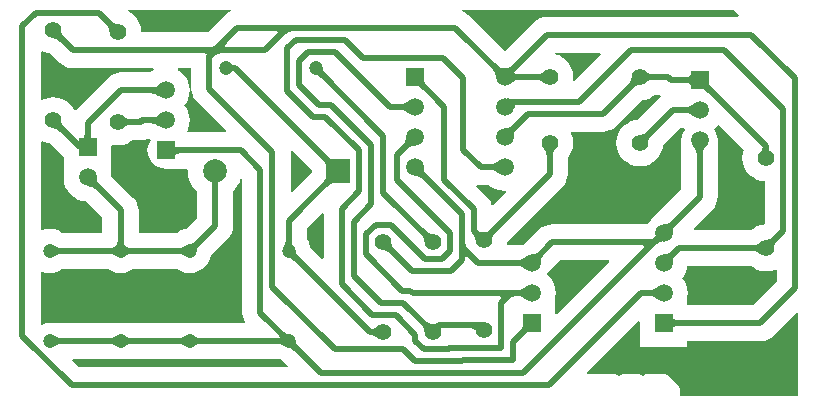
<source format=gbl>
G04 Layer_Physical_Order=2*
G04 Layer_Color=16711680*
%FSLAX25Y25*%
%MOIN*%
G70*
G01*
G75*
%ADD11R,0.05906X0.05906*%
%ADD12C,0.05906*%
%ADD13C,0.05512*%
%ADD14C,0.07874*%
%ADD15R,0.07874X0.07874*%
%ADD16C,0.04724*%
%ADD17R,0.05906X0.05906*%
%ADD18C,0.05906*%
%ADD19C,0.02000*%
G36*
X36813Y52346D02*
X36679Y52471D01*
X36533Y52582D01*
X36376Y52680D01*
X36206Y52765D01*
X36025Y52837D01*
X35832Y52895D01*
X35627Y52941D01*
X35411Y52974D01*
X35183Y52994D01*
X34943Y53000D01*
Y55000D01*
X35183Y55006D01*
X35411Y55026D01*
X35627Y55059D01*
X35832Y55105D01*
X36025Y55163D01*
X36206Y55235D01*
X36376Y55320D01*
X36533Y55418D01*
X36679Y55529D01*
X36813Y55654D01*
Y52346D01*
D02*
G37*
G36*
X16821Y55529D02*
X16967Y55418D01*
X17124Y55320D01*
X17294Y55235D01*
X17475Y55163D01*
X17668Y55105D01*
X17873Y55059D01*
X18089Y55026D01*
X18317Y55006D01*
X18557Y55000D01*
Y53000D01*
X18317Y52994D01*
X18089Y52974D01*
X17873Y52941D01*
X17668Y52895D01*
X17475Y52837D01*
X17294Y52765D01*
X17124Y52680D01*
X16967Y52582D01*
X16821Y52471D01*
X16687Y52346D01*
Y55654D01*
X16821Y55529D01*
D02*
G37*
G36*
X40321D02*
X40467Y55418D01*
X40624Y55320D01*
X40794Y55235D01*
X40975Y55163D01*
X41168Y55105D01*
X41372Y55059D01*
X41589Y55026D01*
X41817Y55006D01*
X42057Y55000D01*
Y53000D01*
X41817Y52994D01*
X41589Y52974D01*
X41372Y52941D01*
X41168Y52895D01*
X40975Y52837D01*
X40794Y52765D01*
X40624Y52680D01*
X40467Y52582D01*
X40321Y52471D01*
X40187Y52346D01*
Y55654D01*
X40321Y55529D01*
D02*
G37*
G36*
X251532Y53071D02*
X251345Y53247D01*
X251150Y53405D01*
X250947Y53545D01*
X250734Y53666D01*
X250513Y53768D01*
X250284Y53851D01*
X250045Y53916D01*
X249798Y53963D01*
X249543Y53991D01*
X249278Y54000D01*
Y56000D01*
X249543Y56009D01*
X249798Y56037D01*
X250045Y56084D01*
X250284Y56149D01*
X250513Y56232D01*
X250734Y56335D01*
X250947Y56455D01*
X251150Y56595D01*
X251345Y56753D01*
X251532Y56929D01*
Y53071D01*
D02*
G37*
G36*
X59813Y52346D02*
X59679Y52471D01*
X59533Y52582D01*
X59376Y52680D01*
X59206Y52765D01*
X59025Y52837D01*
X58832Y52895D01*
X58627Y52941D01*
X58411Y52974D01*
X58183Y52994D01*
X57943Y53000D01*
Y55000D01*
X58183Y55006D01*
X58411Y55026D01*
X58627Y55059D01*
X58832Y55105D01*
X59025Y55163D01*
X59206Y55235D01*
X59376Y55320D01*
X59533Y55418D01*
X59679Y55529D01*
X59813Y55654D01*
Y52346D01*
D02*
G37*
G36*
X223424Y52510D02*
X223237Y52308D01*
X223070Y52095D01*
X222922Y51872D01*
X222795Y51640D01*
X222688Y51397D01*
X222601Y51143D01*
X222534Y50880D01*
X222487Y50607D01*
X222460Y50323D01*
X222453Y50029D01*
X219530Y52953D01*
X219823Y52960D01*
X220107Y52987D01*
X220380Y53034D01*
X220643Y53101D01*
X220897Y53188D01*
X221140Y53295D01*
X221373Y53422D01*
X221595Y53570D01*
X221808Y53737D01*
X222010Y53924D01*
X223424Y52510D01*
D02*
G37*
G36*
X179424D02*
X179237Y52308D01*
X179070Y52095D01*
X178922Y51872D01*
X178795Y51640D01*
X178688Y51397D01*
X178601Y51143D01*
X178534Y50880D01*
X178487Y50607D01*
X178460Y50323D01*
X178453Y50029D01*
X175530Y52953D01*
X175823Y52960D01*
X176107Y52987D01*
X176380Y53034D01*
X176644Y53101D01*
X176897Y53188D01*
X177140Y53295D01*
X177373Y53422D01*
X177595Y53570D01*
X177808Y53737D01*
X178010Y53924D01*
X179424Y52510D01*
D02*
G37*
G36*
X96869Y53794D02*
X96894Y53612D01*
X96936Y53431D01*
X96995Y53252D01*
X97073Y53073D01*
X97167Y52895D01*
X97280Y52718D01*
X97410Y52541D01*
X97557Y52366D01*
X97723Y52192D01*
X96308Y50777D01*
X96134Y50943D01*
X95959Y51090D01*
X95783Y51220D01*
X95605Y51332D01*
X95427Y51427D01*
X95248Y51505D01*
X95069Y51564D01*
X94888Y51606D01*
X94706Y51631D01*
X94524Y51638D01*
X96862Y53976D01*
X96869Y53794D01*
D02*
G37*
G36*
X153270Y57464D02*
X153313Y57082D01*
X153383Y56711D01*
X153482Y56352D01*
X153610Y56005D01*
X153765Y55669D01*
X153949Y55345D01*
X154161Y55033D01*
X154402Y54733D01*
X154670Y54444D01*
Y51616D01*
X154402Y51864D01*
X154161Y52045D01*
X153949Y52157D01*
X153765Y52201D01*
X153610Y52176D01*
X153482Y52083D01*
X153383Y51923D01*
X153313Y51693D01*
X153270Y51396D01*
X153256Y51030D01*
X151256Y55444D01*
X153256Y57858D01*
X153270Y57464D01*
D02*
G37*
G36*
X106171Y66401D02*
Y51509D01*
X105709Y51317D01*
X101775Y55252D01*
X101756Y55443D01*
X101335Y56831D01*
X100651Y58110D01*
X100529Y58259D01*
Y61412D01*
X105709Y66592D01*
X106171Y66401D01*
D02*
G37*
G36*
X128763Y56716D02*
X128789Y56466D01*
X128835Y56223D01*
X128899Y55988D01*
X128983Y55759D01*
X129087Y55538D01*
X129209Y55323D01*
X129351Y55116D01*
X129512Y54915D01*
X129692Y54722D01*
X128278Y53308D01*
X128085Y53488D01*
X127884Y53649D01*
X127677Y53791D01*
X127462Y53913D01*
X127241Y54017D01*
X127012Y54101D01*
X126777Y54165D01*
X126534Y54211D01*
X126284Y54237D01*
X126028Y54244D01*
X128756Y56972D01*
X128763Y56716D01*
D02*
G37*
G36*
X217055Y59001D02*
X217111Y59045D01*
X217400Y59314D01*
X218521Y57607D01*
X218485Y57571D01*
X218959Y57097D01*
X218797Y57115D01*
X218629Y57109D01*
X218457Y57078D01*
X218279Y57024D01*
X218097Y56946D01*
X217909Y56843D01*
X217716Y56717D01*
X217518Y56566D01*
X217315Y56392D01*
X217107Y56193D01*
X212572Y54486D01*
X212820Y54755D01*
X213001Y54995D01*
X213113Y55207D01*
X213157Y55391D01*
X213132Y55546D01*
X213039Y55674D01*
X212878Y55773D01*
X212649Y55843D01*
X212352Y55886D01*
X211986Y55900D01*
X213986Y57900D01*
X214380Y57914D01*
X214762Y57957D01*
X215133Y58027D01*
X215492Y58126D01*
X215839Y58254D01*
X216175Y58409D01*
X216419Y58548D01*
X216446Y58597D01*
X216524Y58779D01*
X216578Y58957D01*
X216609Y59129D01*
X216615Y59297D01*
X216597Y59459D01*
X217055Y59001D01*
D02*
G37*
G36*
X140415Y60512D02*
X140616Y60351D01*
X140823Y60209D01*
X141038Y60087D01*
X141259Y59983D01*
X141488Y59899D01*
X141724Y59835D01*
X141966Y59789D01*
X142216Y59763D01*
X142472Y59756D01*
X139744Y57028D01*
X139737Y57284D01*
X139711Y57534D01*
X139665Y57776D01*
X139601Y58012D01*
X139517Y58241D01*
X139413Y58462D01*
X139291Y58677D01*
X139149Y58884D01*
X138988Y59085D01*
X138808Y59278D01*
X140222Y60692D01*
X140415Y60512D01*
D02*
G37*
G36*
X157415Y61012D02*
X157616Y60851D01*
X157823Y60709D01*
X158038Y60587D01*
X158259Y60483D01*
X158488Y60399D01*
X158723Y60335D01*
X158966Y60289D01*
X159216Y60263D01*
X159472Y60256D01*
X156744Y57528D01*
X156737Y57784D01*
X156711Y58034D01*
X156665Y58276D01*
X156601Y58512D01*
X156517Y58741D01*
X156413Y58962D01*
X156291Y59177D01*
X156149Y59384D01*
X155988Y59585D01*
X155808Y59778D01*
X157222Y61192D01*
X157415Y61012D01*
D02*
G37*
G36*
X13018Y90300D02*
X14480Y89856D01*
X15187Y89787D01*
X19547Y85426D01*
Y80547D01*
X19547D01*
X19674Y80376D01*
X19661Y80047D01*
X19509Y78500D01*
X19662Y76941D01*
X20117Y75442D01*
X20855Y74060D01*
X21849Y72849D01*
X23060Y71855D01*
X24442Y71117D01*
X25941Y70662D01*
X26906Y70567D01*
X32471Y65003D01*
Y60029D01*
X19259D01*
X19110Y60151D01*
X17831Y60835D01*
X16443Y61256D01*
X15000Y61398D01*
X13557Y61256D01*
X12329Y60883D01*
X11829Y61153D01*
Y90449D01*
X12258Y90706D01*
X13018Y90300D01*
D02*
G37*
G36*
X163192Y59778D02*
X163012Y59585D01*
X162851Y59384D01*
X162709Y59177D01*
X162587Y58962D01*
X162483Y58741D01*
X162399Y58512D01*
X162335Y58276D01*
X162289Y58034D01*
X162263Y57784D01*
X162256Y57528D01*
X159528Y60256D01*
X159784Y60263D01*
X160034Y60289D01*
X160276Y60335D01*
X160512Y60399D01*
X160741Y60483D01*
X160962Y60587D01*
X161177Y60709D01*
X161384Y60851D01*
X161585Y61012D01*
X161778Y61192D01*
X163192Y59778D01*
D02*
G37*
G36*
X257192Y57278D02*
X257012Y57085D01*
X256851Y56884D01*
X256709Y56677D01*
X256587Y56462D01*
X256483Y56241D01*
X256399Y56012D01*
X256335Y55777D01*
X256289Y55534D01*
X256263Y55284D01*
X256256Y55028D01*
X253528Y57756D01*
X253784Y57763D01*
X254034Y57789D01*
X254276Y57835D01*
X254512Y57899D01*
X254741Y57983D01*
X254962Y58087D01*
X255177Y58209D01*
X255384Y58351D01*
X255585Y58512D01*
X255778Y58692D01*
X257192Y57278D01*
D02*
G37*
G36*
X64723Y55808D02*
X64557Y55634D01*
X64410Y55459D01*
X64280Y55282D01*
X64167Y55105D01*
X64073Y54927D01*
X63995Y54748D01*
X63936Y54569D01*
X63894Y54388D01*
X63869Y54206D01*
X63862Y54024D01*
X61524Y56362D01*
X61706Y56369D01*
X61888Y56394D01*
X62069Y56436D01*
X62248Y56495D01*
X62427Y56573D01*
X62605Y56668D01*
X62783Y56780D01*
X62959Y56910D01*
X63134Y57057D01*
X63308Y57223D01*
X64723Y55808D01*
D02*
G37*
G36*
X39507Y57317D02*
X39526Y57089D01*
X39559Y56872D01*
X39605Y56668D01*
X39663Y56475D01*
X39735Y56294D01*
X39820Y56124D01*
X39918Y55967D01*
X40029Y55821D01*
X40154Y55687D01*
X36847D01*
X36971Y55821D01*
X37082Y55967D01*
X37180Y56124D01*
X37265Y56294D01*
X37337Y56475D01*
X37395Y56668D01*
X37441Y56872D01*
X37474Y57089D01*
X37494Y57317D01*
X37500Y57557D01*
X39500D01*
X39507Y57317D01*
D02*
G37*
G36*
X218490Y105471D02*
X218237Y105263D01*
X210687Y97713D01*
X209980Y97644D01*
X208518Y97200D01*
X207170Y96480D01*
X205989Y95511D01*
X205020Y94330D01*
X204300Y92982D01*
X203856Y91520D01*
X203707Y90000D01*
X203856Y88480D01*
X204300Y87018D01*
X205020Y85670D01*
X205989Y84489D01*
X207170Y83520D01*
X208518Y82800D01*
X209980Y82356D01*
X211500Y82207D01*
X213020Y82356D01*
X214482Y82800D01*
X215830Y83520D01*
X217011Y84489D01*
X217980Y85670D01*
X218700Y87018D01*
X219144Y88480D01*
X219213Y89187D01*
X224997Y94971D01*
X226310D01*
X226721Y94634D01*
X226487Y94349D01*
X225930Y93307D01*
X225587Y92176D01*
X225471Y91000D01*
Y74497D01*
X215237Y64263D01*
X213903Y62929D01*
X182400D01*
X181224Y62813D01*
X180093Y62470D01*
X179051Y61913D01*
X178137Y61163D01*
X173003Y56029D01*
X167521D01*
X167185Y56400D01*
X167213Y56687D01*
X185763Y75237D01*
X186513Y76151D01*
X187070Y77193D01*
X187413Y78324D01*
X187529Y79500D01*
Y85121D01*
X187980Y85670D01*
X188700Y87018D01*
X189144Y88480D01*
X189293Y90000D01*
X189144Y91520D01*
X188700Y92982D01*
X188531Y93298D01*
X188788Y93727D01*
X199256D01*
X200432Y93843D01*
X201563Y94186D01*
X202606Y94743D01*
X203519Y95493D01*
X212313Y104287D01*
X213020Y104356D01*
X214482Y104800D01*
X215830Y105520D01*
X216379Y105971D01*
X218311D01*
X218490Y105471D01*
D02*
G37*
G36*
X95507Y57317D02*
X95526Y57089D01*
X95559Y56872D01*
X95605Y56668D01*
X95663Y56475D01*
X95735Y56294D01*
X95820Y56124D01*
X95918Y55967D01*
X96029Y55821D01*
X96153Y55687D01*
X92847D01*
X92971Y55821D01*
X93082Y55967D01*
X93180Y56124D01*
X93265Y56294D01*
X93337Y56475D01*
X93395Y56668D01*
X93441Y56872D01*
X93474Y57089D01*
X93493Y57317D01*
X93500Y57557D01*
X95500D01*
X95507Y57317D01*
D02*
G37*
G36*
X59813Y22346D02*
X59679Y22471D01*
X59533Y22582D01*
X59376Y22680D01*
X59206Y22765D01*
X59025Y22837D01*
X58832Y22895D01*
X58627Y22941D01*
X58411Y22974D01*
X58183Y22994D01*
X57943Y23000D01*
Y25000D01*
X58183Y25006D01*
X58411Y25026D01*
X58627Y25059D01*
X58832Y25105D01*
X59025Y25163D01*
X59206Y25235D01*
X59376Y25320D01*
X59533Y25418D01*
X59679Y25529D01*
X59813Y25653D01*
Y22346D01*
D02*
G37*
G36*
X40321Y25529D02*
X40467Y25418D01*
X40624Y25320D01*
X40794Y25235D01*
X40975Y25163D01*
X41168Y25105D01*
X41372Y25059D01*
X41589Y25026D01*
X41817Y25006D01*
X42057Y25000D01*
Y23000D01*
X41817Y22994D01*
X41589Y22974D01*
X41372Y22941D01*
X41168Y22895D01*
X40975Y22837D01*
X40794Y22765D01*
X40624Y22680D01*
X40467Y22582D01*
X40321Y22471D01*
X40187Y22346D01*
Y25653D01*
X40321Y25529D01*
D02*
G37*
G36*
X63321D02*
X63467Y25418D01*
X63624Y25320D01*
X63794Y25235D01*
X63975Y25163D01*
X64168Y25105D01*
X64372Y25059D01*
X64589Y25026D01*
X64817Y25006D01*
X65057Y25000D01*
Y23000D01*
X64817Y22994D01*
X64589Y22974D01*
X64372Y22941D01*
X64168Y22895D01*
X63975Y22837D01*
X63794Y22765D01*
X63624Y22680D01*
X63467Y22582D01*
X63321Y22471D01*
X63187Y22346D01*
Y25653D01*
X63321Y25529D01*
D02*
G37*
G36*
X124032Y25071D02*
X123845Y25247D01*
X123650Y25405D01*
X123447Y25545D01*
X123234Y25666D01*
X123013Y25768D01*
X122784Y25851D01*
X122545Y25916D01*
X122298Y25963D01*
X122043Y25991D01*
X121778Y26000D01*
Y28000D01*
X122043Y28009D01*
X122298Y28037D01*
X122545Y28084D01*
X122784Y28149D01*
X123013Y28232D01*
X123234Y28335D01*
X123447Y28455D01*
X123650Y28595D01*
X123845Y28753D01*
X124032Y28929D01*
Y25071D01*
D02*
G37*
G36*
X92866Y27057D02*
X93041Y26910D01*
X93217Y26780D01*
X93395Y26667D01*
X93573Y26573D01*
X93752Y26495D01*
X93931Y26436D01*
X94112Y26394D01*
X94294Y26369D01*
X94476Y26362D01*
X92813Y24699D01*
Y22346D01*
X92679Y22471D01*
X92533Y22582D01*
X92376Y22680D01*
X92206Y22765D01*
X92025Y22837D01*
X91832Y22895D01*
X91628Y22941D01*
X91411Y22974D01*
X91183Y22994D01*
X90943Y23000D01*
Y25000D01*
X91183Y25006D01*
X91411Y25026D01*
X91628Y25059D01*
X91832Y25105D01*
X91833Y25105D01*
X91833Y25105D01*
X91720Y25282D01*
X91590Y25459D01*
X91443Y25634D01*
X91277Y25808D01*
X92692Y27223D01*
X92866Y27057D01*
D02*
G37*
G36*
X96869Y23794D02*
X96894Y23612D01*
X96936Y23431D01*
X96995Y23252D01*
X97073Y23073D01*
X97167Y22895D01*
X97280Y22717D01*
X97410Y22541D01*
X97557Y22366D01*
X97723Y22192D01*
X96308Y20777D01*
X96134Y20943D01*
X95959Y21090D01*
X95783Y21220D01*
X95605Y21332D01*
X95427Y21427D01*
X95248Y21505D01*
X95069Y21564D01*
X94888Y21606D01*
X94706Y21631D01*
X94524Y21638D01*
X96862Y23976D01*
X96869Y23794D01*
D02*
G37*
G36*
X94239Y15735D02*
X94047Y15273D01*
X24653D01*
X22417Y17509D01*
X22609Y17971D01*
X92003D01*
X94239Y15735D01*
D02*
G37*
G36*
X264453Y33473D02*
Y5548D01*
X225047D01*
Y6500D01*
X224858Y7936D01*
X224304Y9274D01*
X223423Y10423D01*
X223423Y10423D01*
X222423Y11423D01*
X221274Y12304D01*
X219936Y12858D01*
X218500Y13047D01*
X215000D01*
X213564Y12858D01*
X212500Y12418D01*
X211436Y12858D01*
X210000Y13047D01*
X207500D01*
X206064Y12858D01*
X204750Y12314D01*
X203436Y12858D01*
X202000Y13047D01*
X197500D01*
X196250Y12883D01*
X195000Y13047D01*
X194172Y12938D01*
X193938Y13412D01*
X211085Y30559D01*
X211547Y30368D01*
Y22047D01*
X227453D01*
Y23971D01*
X251800D01*
X252976Y24087D01*
X254107Y24430D01*
X255150Y24987D01*
X256063Y25737D01*
X263991Y33664D01*
X264453Y33473D01*
D02*
G37*
G36*
X36813Y22346D02*
X36679Y22471D01*
X36533Y22582D01*
X36376Y22680D01*
X36206Y22765D01*
X36025Y22837D01*
X35832Y22895D01*
X35627Y22941D01*
X35411Y22974D01*
X35183Y22994D01*
X34943Y23000D01*
Y25000D01*
X35183Y25006D01*
X35411Y25026D01*
X35627Y25059D01*
X35832Y25105D01*
X36025Y25163D01*
X36206Y25235D01*
X36376Y25320D01*
X36533Y25418D01*
X36679Y25529D01*
X36813Y25653D01*
Y22346D01*
D02*
G37*
G36*
X16821Y25529D02*
X16967Y25418D01*
X17124Y25320D01*
X17294Y25235D01*
X17475Y25163D01*
X17668Y25105D01*
X17873Y25059D01*
X18089Y25026D01*
X18317Y25006D01*
X18557Y25000D01*
Y23000D01*
X18317Y22994D01*
X18089Y22974D01*
X17873Y22941D01*
X17668Y22895D01*
X17475Y22837D01*
X17294Y22765D01*
X17124Y22680D01*
X16967Y22582D01*
X16821Y22471D01*
X16687Y22346D01*
Y25653D01*
X16821Y25529D01*
D02*
G37*
G36*
X140415Y30512D02*
X140616Y30351D01*
X140823Y30209D01*
X141038Y30087D01*
X141259Y29983D01*
X141488Y29899D01*
X141724Y29835D01*
X141966Y29789D01*
X142216Y29763D01*
X142472Y29756D01*
X139744Y27028D01*
X139737Y27284D01*
X139711Y27534D01*
X139665Y27777D01*
X139601Y28012D01*
X139517Y28241D01*
X139413Y28462D01*
X139291Y28677D01*
X139149Y28884D01*
X138988Y29085D01*
X138808Y29278D01*
X140222Y30692D01*
X140415Y30512D01*
D02*
G37*
G36*
X173391Y37933D02*
X173179Y38136D01*
X172959Y38317D01*
X172732Y38477D01*
X172499Y38616D01*
X172258Y38733D01*
X172011Y38829D01*
X171756Y38904D01*
X171494Y38957D01*
X171226Y38989D01*
X170950Y39000D01*
Y41000D01*
X171226Y41011D01*
X171494Y41043D01*
X171756Y41096D01*
X172011Y41171D01*
X172258Y41267D01*
X172499Y41384D01*
X172732Y41523D01*
X172959Y41683D01*
X173179Y41864D01*
X173391Y42067D01*
Y37933D01*
D02*
G37*
G36*
X170914Y39000D02*
X170520Y38986D01*
X170138Y38943D01*
X169767Y38873D01*
X169408Y38774D01*
X169061Y38646D01*
X168725Y38491D01*
X168401Y38307D01*
X168089Y38095D01*
X167789Y37854D01*
X167500Y37586D01*
X164672D01*
X164920Y37854D01*
X165101Y38095D01*
X165213Y38307D01*
X165257Y38491D01*
X165232Y38646D01*
X165139Y38774D01*
X164979Y38873D01*
X164749Y38943D01*
X164452Y38986D01*
X164086Y39000D01*
X168500Y41000D01*
X170914Y39000D01*
D02*
G37*
G36*
X217391Y37933D02*
X217179Y38136D01*
X216959Y38317D01*
X216732Y38477D01*
X216499Y38616D01*
X216258Y38733D01*
X216010Y38829D01*
X215756Y38904D01*
X215494Y38957D01*
X215226Y38989D01*
X214950Y39000D01*
Y41000D01*
X215226Y41011D01*
X215494Y41043D01*
X215756Y41096D01*
X216010Y41171D01*
X216258Y41267D01*
X216499Y41384D01*
X216732Y41523D01*
X216959Y41683D01*
X217179Y41864D01*
X217391Y42067D01*
Y37933D01*
D02*
G37*
G36*
X173391Y47933D02*
X173179Y48136D01*
X172959Y48317D01*
X172732Y48477D01*
X172499Y48616D01*
X172258Y48733D01*
X172011Y48829D01*
X171756Y48904D01*
X171494Y48957D01*
X171226Y48989D01*
X170950Y49000D01*
Y51000D01*
X171226Y51011D01*
X171494Y51043D01*
X171756Y51096D01*
X172011Y51171D01*
X172258Y51267D01*
X172499Y51384D01*
X172732Y51523D01*
X172959Y51683D01*
X173179Y51864D01*
X173391Y52067D01*
Y47933D01*
D02*
G37*
G36*
X79109Y77952D02*
Y33362D01*
X79225Y32186D01*
X79568Y31055D01*
X79887Y30458D01*
X79630Y30029D01*
X15000D01*
X13824Y29913D01*
X12693Y29570D01*
X12258Y29338D01*
X11829Y29595D01*
Y46847D01*
X12329Y47117D01*
X13557Y46744D01*
X15000Y46602D01*
X16443Y46744D01*
X17831Y47165D01*
X19110Y47849D01*
X19259Y47971D01*
X34241D01*
X34390Y47849D01*
X35669Y47165D01*
X37057Y46744D01*
X38500Y46602D01*
X39943Y46744D01*
X41331Y47165D01*
X42610Y47849D01*
X42759Y47971D01*
X57241D01*
X57390Y47849D01*
X58669Y47165D01*
X60057Y46744D01*
X61500Y46602D01*
X62943Y46744D01*
X64331Y47165D01*
X65610Y47849D01*
X66731Y48769D01*
X67651Y49890D01*
X68335Y51169D01*
X68756Y52557D01*
X68774Y52748D01*
X74173Y58146D01*
X74922Y59060D01*
X75480Y60102D01*
X75823Y61233D01*
X75938Y62409D01*
Y73887D01*
X76259Y74150D01*
X77376Y75511D01*
X78206Y77063D01*
X78440Y77833D01*
X79019Y78021D01*
X79109Y77952D01*
D02*
G37*
G36*
X158911Y30192D02*
X156755Y27252D01*
X156723Y27440D01*
X156664Y27609D01*
X156577Y27758D01*
X156462Y27887D01*
X156320Y27996D01*
X156150Y28085D01*
X155952Y28155D01*
X155727Y28204D01*
X155474Y28234D01*
X155193Y28244D01*
X155713Y30244D01*
X158911Y30192D01*
D02*
G37*
G36*
X175388Y27059D02*
X175232Y27172D01*
X175048Y27229D01*
X174836D01*
X174596Y27172D01*
X174327Y27059D01*
X174030Y26890D01*
X173705Y26663D01*
X173351Y26380D01*
X172559Y25645D01*
X171145Y27059D01*
X171541Y27469D01*
X172163Y28205D01*
X172389Y28530D01*
X172559Y28827D01*
X172672Y29096D01*
X172729Y29336D01*
Y29548D01*
X172672Y29732D01*
X172559Y29888D01*
X175388Y27059D01*
D02*
G37*
G36*
X222449Y31810D02*
X222509Y31640D01*
X222610Y31490D01*
X222751Y31360D01*
X222932Y31250D01*
X223153Y31160D01*
X223415Y31090D01*
X223716Y31040D01*
X224059Y31010D01*
X224441Y31000D01*
Y29000D01*
X224059Y28990D01*
X223716Y28960D01*
X223415Y28910D01*
X223153Y28840D01*
X222932Y28750D01*
X222751Y28640D01*
X222610Y28510D01*
X222509Y28360D01*
X222449Y28190D01*
X222429Y28000D01*
Y32000D01*
X222449Y31810D01*
D02*
G37*
G36*
X249170Y48520D02*
X250518Y47800D01*
X251980Y47356D01*
X253500Y47207D01*
X255020Y47356D01*
X256482Y47800D01*
X256842Y47992D01*
X257271Y47735D01*
Y43997D01*
X249303Y36029D01*
X227453D01*
Y37953D01*
X227453D01*
X227326Y38124D01*
X227339Y38453D01*
X227491Y40000D01*
X227338Y41559D01*
X226883Y43058D01*
X226145Y44440D01*
X225685Y45000D01*
X226145Y45560D01*
X226883Y46942D01*
X227338Y48441D01*
X227390Y48971D01*
X248621D01*
X249170Y48520D01*
D02*
G37*
G36*
X201383Y50409D02*
X183915Y32941D01*
X183453Y33132D01*
Y37953D01*
X183453D01*
X183326Y38124D01*
X183339Y38453D01*
X183491Y40000D01*
X183338Y41559D01*
X182883Y43058D01*
X182144Y44440D01*
X181151Y45651D01*
X180629Y46079D01*
X180605Y46578D01*
X184897Y50871D01*
X201191D01*
X201383Y50409D01*
D02*
G37*
G36*
X223424Y62510D02*
X223237Y62308D01*
X223070Y62095D01*
X222922Y61873D01*
X222795Y61640D01*
X222688Y61397D01*
X222601Y61143D01*
X222534Y60880D01*
X222487Y60607D01*
X222460Y60323D01*
X222453Y60030D01*
X219530Y62953D01*
X219823Y62960D01*
X220107Y62987D01*
X220380Y63034D01*
X220643Y63101D01*
X220897Y63188D01*
X221140Y63295D01*
X221373Y63423D01*
X221595Y63570D01*
X221808Y63737D01*
X222010Y63924D01*
X223424Y62510D01*
D02*
G37*
G36*
X139328Y111732D02*
X139271Y111548D01*
Y111336D01*
X139328Y111096D01*
X139441Y110827D01*
X139611Y110530D01*
X139837Y110205D01*
X140120Y109851D01*
X140855Y109059D01*
X139441Y107645D01*
X139031Y108041D01*
X138295Y108663D01*
X137970Y108889D01*
X137673Y109059D01*
X137404Y109172D01*
X137164Y109229D01*
X136952D01*
X136768Y109172D01*
X136612Y109059D01*
X139441Y111888D01*
X139328Y111732D01*
D02*
G37*
G36*
X234328Y110732D02*
X234271Y110548D01*
Y110336D01*
X234328Y110096D01*
X234441Y109827D01*
X234611Y109530D01*
X234837Y109205D01*
X235120Y108851D01*
X235855Y108059D01*
X234441Y106645D01*
X234031Y107041D01*
X233295Y107663D01*
X232970Y107889D01*
X232673Y108059D01*
X232404Y108172D01*
X232164Y108229D01*
X231952D01*
X231768Y108172D01*
X231612Y108059D01*
X234441Y110888D01*
X234328Y110732D01*
D02*
G37*
G36*
X211472Y109244D02*
X211216Y109237D01*
X210966Y109211D01*
X210723Y109165D01*
X210488Y109101D01*
X210259Y109017D01*
X210038Y108913D01*
X209823Y108791D01*
X209616Y108649D01*
X209415Y108488D01*
X209222Y108308D01*
X207808Y109722D01*
X207988Y109915D01*
X208149Y110116D01*
X208291Y110323D01*
X208413Y110538D01*
X208517Y110759D01*
X208601Y110988D01*
X208665Y111223D01*
X208711Y111466D01*
X208737Y111716D01*
X208744Y111972D01*
X211472Y109244D01*
D02*
G37*
G36*
X170424Y114510D02*
X170237Y114308D01*
X170070Y114095D01*
X169922Y113873D01*
X169795Y113640D01*
X169688Y113397D01*
X169658Y113308D01*
X169742Y113267D01*
X169990Y113171D01*
X170244Y113096D01*
X170506Y113043D01*
X170774Y113011D01*
X171050Y113000D01*
Y111000D01*
X170774Y110989D01*
X170506Y110957D01*
X170244Y110904D01*
X169990Y110829D01*
X169742Y110733D01*
X169501Y110616D01*
X169268Y110477D01*
X169041Y110317D01*
X168821Y110136D01*
X168609Y109933D01*
Y112873D01*
X166530Y114953D01*
X166823Y114960D01*
X167107Y114987D01*
X167380Y115034D01*
X167643Y115101D01*
X167897Y115188D01*
X168140Y115295D01*
X168372Y115422D01*
X168595Y115570D01*
X168808Y115737D01*
X169010Y115924D01*
X170424Y114510D01*
D02*
G37*
G36*
X228571Y109000D02*
X228551Y109190D01*
X228491Y109360D01*
X228390Y109510D01*
X228249Y109640D01*
X228068Y109750D01*
X227847Y109840D01*
X227585Y109910D01*
X227284Y109960D01*
X226941Y109990D01*
X226559Y110000D01*
Y112000D01*
X226941Y112010D01*
X227284Y112040D01*
X227585Y112090D01*
X227847Y112160D01*
X228068Y112250D01*
X228249Y112360D01*
X228390Y112490D01*
X228491Y112640D01*
X228551Y112810D01*
X228571Y113000D01*
Y109000D01*
D02*
G37*
G36*
X134391Y99933D02*
X134179Y100136D01*
X133959Y100317D01*
X133732Y100477D01*
X133499Y100616D01*
X133258Y100733D01*
X133010Y100829D01*
X132756Y100904D01*
X132494Y100957D01*
X132226Y100989D01*
X131950Y101000D01*
Y103000D01*
X132226Y103011D01*
X132494Y103043D01*
X132756Y103096D01*
X133010Y103171D01*
X133258Y103267D01*
X133499Y103384D01*
X133732Y103523D01*
X133959Y103683D01*
X134179Y103864D01*
X134391Y104067D01*
Y99933D01*
D02*
G37*
G36*
X229391Y98933D02*
X229179Y99136D01*
X228959Y99317D01*
X228732Y99477D01*
X228499Y99616D01*
X228258Y99733D01*
X228011Y99829D01*
X227756Y99904D01*
X227494Y99957D01*
X227226Y99989D01*
X226950Y100000D01*
Y102000D01*
X227226Y102011D01*
X227494Y102043D01*
X227756Y102096D01*
X228011Y102171D01*
X228258Y102267D01*
X228499Y102384D01*
X228732Y102523D01*
X228959Y102683D01*
X229179Y102864D01*
X229391Y103067D01*
Y98933D01*
D02*
G37*
G36*
X13018Y120300D02*
X14480Y119856D01*
X15187Y119787D01*
X18337Y116637D01*
X19251Y115887D01*
X20293Y115330D01*
X21424Y114987D01*
X22600Y114871D01*
X49391D01*
X49512Y114386D01*
X49060Y114145D01*
X48310Y113529D01*
X38500D01*
X37324Y113413D01*
X36193Y113070D01*
X35151Y112513D01*
X34237Y111763D01*
X23485Y101011D01*
X22874Y101093D01*
X22480Y101830D01*
X21511Y103011D01*
X20330Y103980D01*
X18982Y104700D01*
X17520Y105144D01*
X16000Y105293D01*
X14480Y105144D01*
X13018Y104700D01*
X12258Y104294D01*
X11829Y104551D01*
Y120449D01*
X12258Y120706D01*
X13018Y120300D01*
D02*
G37*
G36*
X51391Y105433D02*
X51179Y105636D01*
X50959Y105817D01*
X50732Y105977D01*
X50499Y106116D01*
X50258Y106233D01*
X50011Y106329D01*
X49756Y106404D01*
X49494Y106457D01*
X49226Y106489D01*
X48950Y106500D01*
Y108500D01*
X49226Y108511D01*
X49494Y108543D01*
X49756Y108596D01*
X50011Y108671D01*
X50258Y108767D01*
X50499Y108884D01*
X50732Y109023D01*
X50959Y109183D01*
X51179Y109364D01*
X51391Y109567D01*
Y105433D01*
D02*
G37*
G36*
X167330Y104843D02*
X167493Y104825D01*
X168290Y104783D01*
X170645Y104756D01*
X171126Y102756D01*
X170832Y102744D01*
X170565Y102709D01*
X170326Y102651D01*
X170115Y102570D01*
X169931Y102465D01*
X169775Y102337D01*
X169646Y102186D01*
X169544Y102011D01*
X169471Y101813D01*
X169424Y101592D01*
X167218Y104864D01*
X167330Y104843D01*
D02*
G37*
G36*
X179532Y110071D02*
X179345Y110247D01*
X179150Y110405D01*
X178947Y110545D01*
X178734Y110666D01*
X178513Y110768D01*
X178284Y110851D01*
X178045Y110916D01*
X177798Y110963D01*
X177543Y110991D01*
X177278Y111000D01*
Y113000D01*
X177543Y113009D01*
X177798Y113037D01*
X178045Y113084D01*
X178284Y113149D01*
X178513Y113232D01*
X178734Y113335D01*
X178947Y113455D01*
X179150Y113595D01*
X179345Y113753D01*
X179532Y113929D01*
Y110071D01*
D02*
G37*
G36*
X18763Y127216D02*
X18789Y126966D01*
X18835Y126724D01*
X18899Y126488D01*
X18983Y126259D01*
X19087Y126038D01*
X19209Y125823D01*
X19351Y125616D01*
X19512Y125415D01*
X19692Y125222D01*
X18278Y123808D01*
X18085Y123988D01*
X17884Y124149D01*
X17677Y124291D01*
X17462Y124413D01*
X17241Y124517D01*
X17012Y124601D01*
X16777Y124665D01*
X16534Y124711D01*
X16284Y124737D01*
X16028Y124744D01*
X18756Y127472D01*
X18763Y127216D01*
D02*
G37*
G36*
X244564Y132591D02*
X244372Y132129D01*
X180600D01*
X179424Y132013D01*
X178293Y131670D01*
X177251Y131113D01*
X176337Y130363D01*
X166500Y120526D01*
X154401Y132625D01*
X153487Y133375D01*
X152445Y133932D01*
X152378Y133952D01*
X152453Y134452D01*
X242702D01*
X244564Y132591D01*
D02*
G37*
G36*
X96514Y127362D02*
X96120Y127348D01*
X95738Y127306D01*
X95367Y127235D01*
X95008Y127136D01*
X94661Y127009D01*
X94325Y126853D01*
X94001Y126669D01*
X93689Y126457D01*
X93389Y126217D01*
X93100Y125948D01*
X90272D01*
X90520Y126217D01*
X90701Y126457D01*
X90813Y126669D01*
X90857Y126853D01*
X90832Y127009D01*
X90740Y127136D01*
X90579Y127235D01*
X90349Y127306D01*
X90052Y127348D01*
X89686Y127362D01*
X94100Y129362D01*
X96514Y127362D01*
D02*
G37*
G36*
X35415Y130512D02*
X35616Y130351D01*
X35823Y130209D01*
X36038Y130087D01*
X36259Y129983D01*
X36488Y129899D01*
X36724Y129835D01*
X36966Y129789D01*
X37216Y129763D01*
X37472Y129756D01*
X34744Y127028D01*
X34737Y127284D01*
X34711Y127534D01*
X34665Y127777D01*
X34601Y128012D01*
X34517Y128241D01*
X34413Y128462D01*
X34291Y128677D01*
X34149Y128884D01*
X33988Y129085D01*
X33808Y129278D01*
X35222Y130692D01*
X35415Y130512D01*
D02*
G37*
G36*
X75222Y133952D02*
X75155Y133932D01*
X74113Y133375D01*
X73199Y132625D01*
X73199Y132625D01*
X67503Y126929D01*
X45358D01*
X45293Y127000D01*
X45144Y128520D01*
X44700Y129982D01*
X43980Y131330D01*
X43011Y132511D01*
X41830Y133480D01*
X40946Y133952D01*
X41071Y134452D01*
X75147D01*
X75222Y133952D01*
D02*
G37*
G36*
X198483Y119609D02*
X189678Y110804D01*
X189198Y111031D01*
X189293Y112000D01*
X189144Y113520D01*
X188700Y114982D01*
X187980Y116330D01*
X187011Y117511D01*
X185830Y118480D01*
X184482Y119200D01*
X183752Y119422D01*
X183467Y120031D01*
X183484Y120071D01*
X198291D01*
X198483Y119609D01*
D02*
G37*
G36*
X213655Y113753D02*
X213850Y113595D01*
X214053Y113455D01*
X214266Y113335D01*
X214487Y113232D01*
X214717Y113149D01*
X214955Y113084D01*
X215202Y113037D01*
X215457Y113009D01*
X215722Y113000D01*
Y111000D01*
X215457Y110991D01*
X215202Y110963D01*
X214955Y110916D01*
X214717Y110851D01*
X214487Y110768D01*
X214266Y110666D01*
X214053Y110545D01*
X213850Y110405D01*
X213655Y110247D01*
X213468Y110071D01*
Y113929D01*
X213655Y113753D01*
D02*
G37*
G36*
X105869Y114794D02*
X105894Y114612D01*
X105936Y114431D01*
X105995Y114252D01*
X106073Y114073D01*
X106167Y113895D01*
X106280Y113717D01*
X106410Y113541D01*
X106557Y113366D01*
X106723Y113192D01*
X105308Y111777D01*
X105134Y111943D01*
X104959Y112090D01*
X104782Y112220D01*
X104605Y112332D01*
X104427Y112427D01*
X104248Y112505D01*
X104069Y112564D01*
X103888Y112606D01*
X103706Y112631D01*
X103524Y112638D01*
X105862Y114976D01*
X105869Y114794D01*
D02*
G37*
G36*
X73580Y123046D02*
X73399Y122805D01*
X73287Y122593D01*
X73243Y122409D01*
X73268Y122254D01*
X73361Y122126D01*
X73522Y122027D01*
X73751Y121957D01*
X74048Y121914D01*
X74414Y121900D01*
X72414Y119900D01*
X72020Y119886D01*
X71638Y119843D01*
X71267Y119773D01*
X70908Y119674D01*
X70561Y119546D01*
X70225Y119391D01*
X69901Y119207D01*
X69589Y118995D01*
X69289Y118754D01*
X69000Y118486D01*
X67393Y119707D01*
X67409Y119744D01*
X67382Y119776D01*
X67311Y119806D01*
X65964Y119898D01*
X65586Y119900D01*
X67586Y121900D01*
X67980Y121914D01*
X68362Y121957D01*
X68733Y122027D01*
X69092Y122126D01*
X69439Y122254D01*
X69775Y122409D01*
X70099Y122593D01*
X70411Y122805D01*
X70711Y123046D01*
X71000Y123314D01*
X73828D01*
X73580Y123046D01*
D02*
G37*
G36*
X164192Y115737D02*
X164405Y115570D01*
X164628Y115422D01*
X164860Y115295D01*
X165103Y115188D01*
X165357Y115101D01*
X165620Y115034D01*
X165893Y114987D01*
X166177Y114960D01*
X166471Y114953D01*
X163547Y112030D01*
X163540Y112323D01*
X163513Y112607D01*
X163466Y112880D01*
X163399Y113144D01*
X163312Y113397D01*
X163205Y113640D01*
X163077Y113873D01*
X162930Y114095D01*
X162763Y114308D01*
X162576Y114510D01*
X163990Y115924D01*
X164192Y115737D01*
D02*
G37*
G36*
X164391Y79933D02*
X164179Y80136D01*
X163959Y80317D01*
X163732Y80477D01*
X163499Y80616D01*
X163258Y80733D01*
X163011Y80829D01*
X162756Y80904D01*
X162494Y80957D01*
X162226Y80989D01*
X161950Y81000D01*
Y83000D01*
X162226Y83011D01*
X162494Y83043D01*
X162756Y83096D01*
X163011Y83171D01*
X163258Y83267D01*
X163499Y83384D01*
X163732Y83523D01*
X163959Y83683D01*
X164179Y83864D01*
X164391Y84067D01*
Y79933D01*
D02*
G37*
G36*
X139460Y81677D02*
X139487Y81393D01*
X139534Y81120D01*
X139601Y80857D01*
X139688Y80603D01*
X139795Y80360D01*
X139922Y80128D01*
X140070Y79905D01*
X140237Y79692D01*
X140424Y79490D01*
X139010Y78076D01*
X138808Y78263D01*
X138595Y78430D01*
X138373Y78578D01*
X138140Y78705D01*
X137897Y78812D01*
X137644Y78899D01*
X137380Y78966D01*
X137107Y79013D01*
X136823Y79040D01*
X136530Y79047D01*
X139453Y81971D01*
X139460Y81677D01*
D02*
G37*
G36*
X107577Y85442D02*
X108314Y84817D01*
X108639Y84590D01*
X108936Y84419D01*
X109205Y84305D01*
X109445Y84247D01*
X109657Y84246D01*
X109839Y84301D01*
X109994Y84413D01*
X107178Y81597D01*
X107290Y81751D01*
X107345Y81934D01*
X107344Y82146D01*
X107286Y82386D01*
X107172Y82654D01*
X107001Y82951D01*
X106773Y83277D01*
X106489Y83631D01*
X105751Y84425D01*
X107166Y85839D01*
X107577Y85442D01*
D02*
G37*
G36*
X183253Y87845D02*
X183095Y87650D01*
X182955Y87447D01*
X182834Y87234D01*
X182732Y87013D01*
X182649Y86783D01*
X182584Y86545D01*
X182537Y86298D01*
X182509Y86043D01*
X182500Y85778D01*
X180500D01*
X180491Y86043D01*
X180463Y86298D01*
X180416Y86545D01*
X180351Y86783D01*
X180268Y87013D01*
X180166Y87234D01*
X180045Y87447D01*
X179905Y87650D01*
X179747Y87845D01*
X179571Y88032D01*
X183429D01*
X183253Y87845D01*
D02*
G37*
G36*
X56449Y89310D02*
X56509Y89140D01*
X56610Y88990D01*
X56751Y88860D01*
X56932Y88750D01*
X57153Y88660D01*
X57415Y88590D01*
X57716Y88540D01*
X58059Y88510D01*
X58441Y88500D01*
Y86500D01*
X58059Y86490D01*
X57716Y86460D01*
X57415Y86410D01*
X57153Y86340D01*
X56932Y86250D01*
X56751Y86140D01*
X56610Y86010D01*
X56509Y85860D01*
X56449Y85690D01*
X56429Y85500D01*
Y89500D01*
X56449Y89310D01*
D02*
G37*
G36*
X157324Y76087D02*
X158500Y75971D01*
X161310D01*
X162060Y75355D01*
X163442Y74617D01*
X164941Y74162D01*
X166500Y74009D01*
X166851Y74043D01*
X167065Y73591D01*
X162682Y69209D01*
X162117Y69350D01*
X161870Y70164D01*
X161313Y71207D01*
X160563Y72120D01*
X160563Y72120D01*
X157007Y75676D01*
X157264Y76105D01*
X157324Y76087D01*
D02*
G37*
G36*
X246228Y87746D02*
X245856Y86520D01*
X245707Y85000D01*
X245856Y83480D01*
X246300Y82018D01*
X247020Y80670D01*
X247989Y79489D01*
X249170Y78520D01*
X250518Y77800D01*
X251980Y77356D01*
X253271Y77229D01*
Y63297D01*
X252687Y62713D01*
X251980Y62644D01*
X250518Y62200D01*
X249170Y61480D01*
X248621Y61029D01*
X229709D01*
X229517Y61491D01*
X235763Y67737D01*
X236513Y68651D01*
X237070Y69693D01*
X237413Y70824D01*
X237529Y72000D01*
Y91000D01*
X237413Y92176D01*
X237070Y93307D01*
X236513Y94349D01*
X236279Y94634D01*
X237151Y95349D01*
X237579Y95871D01*
X238078Y95895D01*
X246228Y87746D01*
D02*
G37*
G36*
X102154Y80911D02*
Y80089D01*
X95629Y73564D01*
X95167Y73756D01*
Y87062D01*
X95148Y87250D01*
X95600Y87464D01*
X102154Y80911D01*
D02*
G37*
G36*
X109994Y76575D02*
X109838Y76688D01*
X109655Y76745D01*
X109442D01*
X109202Y76688D01*
X108933Y76575D01*
X108636Y76405D01*
X108311Y76179D01*
X107957Y75896D01*
X107166Y75161D01*
X105751Y76575D01*
X106147Y76985D01*
X106770Y77720D01*
X106996Y78046D01*
X107166Y78343D01*
X107279Y78611D01*
X107335Y78852D01*
Y79064D01*
X107279Y79248D01*
X107166Y79403D01*
X109994Y76575D01*
D02*
G37*
G36*
X30460Y78177D02*
X30487Y77893D01*
X30534Y77620D01*
X30601Y77356D01*
X30688Y77103D01*
X30795Y76860D01*
X30922Y76627D01*
X31070Y76405D01*
X31237Y76192D01*
X31424Y75990D01*
X30010Y74576D01*
X29808Y74763D01*
X29595Y74930D01*
X29373Y75077D01*
X29140Y75205D01*
X28897Y75312D01*
X28644Y75399D01*
X28380Y75466D01*
X28107Y75513D01*
X27823Y75540D01*
X27529Y75547D01*
X30453Y78470D01*
X30460Y78177D01*
D02*
G37*
G36*
X233364Y88679D02*
X233183Y88459D01*
X233023Y88232D01*
X232884Y87999D01*
X232767Y87758D01*
X232671Y87511D01*
X232596Y87256D01*
X232543Y86994D01*
X232511Y86726D01*
X232500Y86450D01*
X230500D01*
X230489Y86726D01*
X230457Y86994D01*
X230404Y87256D01*
X230329Y87511D01*
X230233Y87758D01*
X230116Y87999D01*
X229977Y88232D01*
X229817Y88459D01*
X229636Y88679D01*
X229433Y88891D01*
X233567D01*
X233364Y88679D01*
D02*
G37*
G36*
X62071Y108100D02*
X62187Y106924D01*
X62530Y105793D01*
X63087Y104751D01*
X63837Y103837D01*
X73683Y93991D01*
X73491Y93529D01*
X60881D01*
X60624Y93958D01*
X60883Y94442D01*
X61338Y95941D01*
X61491Y97500D01*
X61338Y99059D01*
X60883Y100558D01*
X60145Y101940D01*
X59685Y102500D01*
X60145Y103060D01*
X60883Y104442D01*
X61338Y105941D01*
X61491Y107500D01*
X61338Y109059D01*
X60883Y110558D01*
X60145Y111940D01*
X59151Y113151D01*
X57940Y114145D01*
X57488Y114386D01*
X57609Y114871D01*
X62071D01*
Y108100D01*
D02*
G37*
G36*
X170424Y94510D02*
X170237Y94308D01*
X170070Y94095D01*
X169922Y93872D01*
X169795Y93640D01*
X169688Y93397D01*
X169601Y93143D01*
X169534Y92880D01*
X169487Y92607D01*
X169460Y92323D01*
X169453Y92030D01*
X166530Y94953D01*
X166823Y94960D01*
X167107Y94987D01*
X167380Y95034D01*
X167643Y95101D01*
X167897Y95188D01*
X168140Y95295D01*
X168372Y95423D01*
X168595Y95570D01*
X168808Y95737D01*
X169010Y95924D01*
X170424Y94510D01*
D02*
G37*
G36*
X18763Y97216D02*
X18789Y96966D01*
X18835Y96724D01*
X18899Y96488D01*
X18983Y96259D01*
X19087Y96038D01*
X19209Y95823D01*
X19351Y95616D01*
X19512Y95415D01*
X19692Y95222D01*
X18278Y93808D01*
X18085Y93988D01*
X17884Y94149D01*
X17677Y94291D01*
X17462Y94413D01*
X17241Y94517D01*
X17012Y94601D01*
X16777Y94665D01*
X16534Y94711D01*
X16284Y94737D01*
X16028Y94744D01*
X18756Y97472D01*
X18763Y97216D01*
D02*
G37*
G36*
X51391Y95433D02*
X51179Y95636D01*
X50959Y95817D01*
X50732Y95977D01*
X50499Y96116D01*
X50258Y96233D01*
X50011Y96329D01*
X49756Y96404D01*
X49494Y96457D01*
X49226Y96489D01*
X48950Y96500D01*
Y98500D01*
X49226Y98511D01*
X49494Y98543D01*
X49756Y98596D01*
X50011Y98671D01*
X50258Y98767D01*
X50499Y98884D01*
X50732Y99023D01*
X50959Y99183D01*
X51179Y99364D01*
X51391Y99567D01*
Y95433D01*
D02*
G37*
G36*
X39655Y98753D02*
X39850Y98595D01*
X40053Y98455D01*
X40266Y98334D01*
X40487Y98232D01*
X40716Y98149D01*
X40955Y98084D01*
X41202Y98037D01*
X41457Y98009D01*
X41722Y98000D01*
Y96000D01*
X41457Y95991D01*
X41202Y95963D01*
X40955Y95916D01*
X40716Y95851D01*
X40487Y95768D01*
X40266Y95666D01*
X40053Y95545D01*
X39850Y95405D01*
X39655Y95247D01*
X39468Y95071D01*
Y98929D01*
X39655Y98753D01*
D02*
G37*
G36*
X136470Y89047D02*
X136177Y89040D01*
X135893Y89013D01*
X135620Y88966D01*
X135356Y88899D01*
X135103Y88812D01*
X134860Y88705D01*
X134627Y88578D01*
X134405Y88430D01*
X134192Y88263D01*
X133990Y88076D01*
X132576Y89490D01*
X132763Y89692D01*
X132930Y89905D01*
X133078Y90127D01*
X133205Y90360D01*
X133312Y90603D01*
X133399Y90856D01*
X133466Y91120D01*
X133513Y91393D01*
X133540Y91677D01*
X133547Y91970D01*
X136470Y89047D01*
D02*
G37*
G36*
X254504Y88736D02*
X254541Y88272D01*
X254572Y88074D01*
X254613Y87897D01*
X254662Y87742D01*
X254721Y87609D01*
X254789Y87498D01*
X254866Y87410D01*
X254951Y87343D01*
X252049D01*
X252134Y87410D01*
X252211Y87498D01*
X252279Y87609D01*
X252338Y87742D01*
X252387Y87897D01*
X252428Y88074D01*
X252459Y88272D01*
X252482Y88493D01*
X252500Y89000D01*
X254500D01*
X254504Y88736D01*
D02*
G37*
G36*
X48721Y91134D02*
X48487Y90850D01*
X47930Y89807D01*
X47587Y88676D01*
X47471Y87500D01*
X47587Y86324D01*
X47930Y85193D01*
X48487Y84150D01*
X49237Y83237D01*
X50151Y82487D01*
X51193Y81930D01*
X52324Y81587D01*
X53500Y81471D01*
X60653D01*
X60988Y81100D01*
X60929Y80500D01*
X61102Y78748D01*
X61613Y77063D01*
X62443Y75511D01*
X63559Y74150D01*
X63880Y73887D01*
Y64907D01*
X60248Y61274D01*
X60057Y61256D01*
X58669Y60835D01*
X57390Y60151D01*
X57241Y60029D01*
X44529D01*
Y67500D01*
X44413Y68676D01*
X44070Y69807D01*
X43513Y70850D01*
X42763Y71763D01*
X35433Y79094D01*
X35339Y80047D01*
X35326Y80376D01*
X35453Y80547D01*
X35453D01*
Y89096D01*
X35854Y89394D01*
X35980Y89356D01*
X37500Y89207D01*
X39020Y89356D01*
X40482Y89800D01*
X41830Y90520D01*
X42379Y90971D01*
X45200D01*
X46376Y91087D01*
X47507Y91430D01*
X47584Y91471D01*
X48310D01*
X48721Y91134D01*
D02*
G37*
G36*
X28510Y93059D02*
X28540Y92716D01*
X28590Y92415D01*
X28660Y92153D01*
X28750Y91932D01*
X28860Y91751D01*
X28990Y91610D01*
X29140Y91509D01*
X29310Y91449D01*
X29500Y91429D01*
X25500D01*
X25690Y91449D01*
X25860Y91509D01*
X26010Y91610D01*
X26140Y91751D01*
X26250Y91932D01*
X26340Y92153D01*
X26410Y92415D01*
X26460Y92716D01*
X26490Y93059D01*
X26500Y93441D01*
X28500D01*
X28510Y93059D01*
D02*
G37*
G36*
X215192Y92278D02*
X215012Y92085D01*
X214851Y91884D01*
X214709Y91677D01*
X214587Y91462D01*
X214483Y91241D01*
X214399Y91012D01*
X214335Y90776D01*
X214289Y90534D01*
X214263Y90284D01*
X214256Y90028D01*
X211528Y92756D01*
X211784Y92763D01*
X212034Y92789D01*
X212277Y92835D01*
X212512Y92899D01*
X212741Y92983D01*
X212962Y93087D01*
X213177Y93209D01*
X213384Y93351D01*
X213585Y93512D01*
X213778Y93692D01*
X215192Y92278D01*
D02*
G37*
D11*
X53500Y87500D02*
D03*
X231500Y111000D02*
D03*
X175500Y30000D02*
D03*
X27500Y88500D02*
D03*
X219500Y30000D02*
D03*
D12*
X53500Y97500D02*
D03*
Y107500D02*
D03*
X231500Y101000D02*
D03*
Y91000D02*
D03*
X175500Y40000D02*
D03*
Y50000D02*
D03*
X27500Y78500D02*
D03*
X219500Y60000D02*
D03*
Y50000D02*
D03*
Y40000D02*
D03*
D13*
X37500Y127000D02*
D03*
Y97000D02*
D03*
X16000Y127500D02*
D03*
Y97500D02*
D03*
X253500Y85000D02*
D03*
Y55000D02*
D03*
X159500Y57500D02*
D03*
Y27500D02*
D03*
X181500Y112000D02*
D03*
X211500D02*
D03*
X142500Y27000D02*
D03*
Y57000D02*
D03*
X211500Y90000D02*
D03*
X181500D02*
D03*
X126000Y57000D02*
D03*
Y27000D02*
D03*
D14*
X69909Y80500D02*
D03*
D15*
X111091D02*
D03*
D16*
X73500Y115000D02*
D03*
X103500D02*
D03*
X94500Y54000D02*
D03*
Y24000D02*
D03*
X61500Y54000D02*
D03*
Y24000D02*
D03*
X38500Y54000D02*
D03*
Y24000D02*
D03*
X15000Y54000D02*
D03*
Y24000D02*
D03*
D17*
X136500Y112000D02*
D03*
D18*
Y102000D02*
D03*
Y92000D02*
D03*
Y82000D02*
D03*
X166500Y112000D02*
D03*
Y102000D02*
D03*
Y92000D02*
D03*
Y82000D02*
D03*
D19*
X216400Y56900D02*
X219500Y60000D01*
X172744Y13244D02*
X216400Y56900D01*
X152256Y50956D02*
Y55444D01*
X168843Y102000D02*
Y103756D01*
X77462Y128362D02*
X94100D01*
X70000Y120900D02*
X77462Y128362D01*
X68100Y119000D02*
X70000Y120900D01*
X86638D01*
X22600D02*
X70000D01*
X135856Y40000D02*
X168500D01*
X126000Y57000D02*
X135800Y47200D01*
X148500D01*
X152256Y50956D01*
X157700Y50000D02*
X175500D01*
X152256Y55444D02*
X157700Y50000D01*
X152256Y55444D02*
Y66244D01*
X136500Y82000D02*
X152256Y66244D01*
X105256Y13244D02*
X172744D01*
X94500Y24000D02*
X105256Y13244D01*
X73500Y115000D02*
X76591D01*
X111091Y80500D01*
X121500Y27000D02*
X126000D01*
X94500Y54000D02*
X121500Y27000D01*
X69909Y62409D02*
Y80500D01*
X61500Y54000D02*
X69909Y62409D01*
X181500Y79500D02*
Y90000D01*
X159500Y57500D02*
X181500Y79500D01*
X166500Y102000D02*
X168843D01*
Y103756D02*
X191156D01*
X208500Y121100D01*
X239500D01*
X259300Y101300D01*
Y60800D02*
Y101300D01*
X253500Y55000D02*
X259300Y60800D01*
X224500Y55000D02*
X253500D01*
X219500Y50000D02*
X224500Y55000D01*
X212000Y40000D02*
X219500D01*
X181244Y9244D02*
X212000Y40000D01*
X22156Y9244D02*
X181244D01*
X5800Y25600D02*
X22156Y9244D01*
X5800Y25600D02*
Y128900D01*
X10200Y133300D01*
X31200D01*
X37500Y127000D01*
X68100Y108100D02*
Y119000D01*
Y108100D02*
X89138Y87062D01*
Y42062D02*
Y87062D01*
Y42062D02*
X109956Y21244D01*
X132744D01*
X136744Y17244D01*
X152256D01*
X152756Y17744D01*
X169256D01*
Y23756D01*
X175500Y30000D01*
X25000Y88500D02*
X27500D01*
X16000Y97500D02*
X25000Y88500D01*
X135100Y40756D02*
X135856Y40000D01*
X132444Y40756D02*
X135100D01*
X120244Y52956D02*
X132444Y40756D01*
X120244Y52956D02*
Y59544D01*
X123500Y62800D01*
X128500D01*
X140056Y51244D01*
X145500D01*
X148256Y54000D01*
Y59943D01*
X130500Y77699D02*
X148256Y59943D01*
X130500Y77699D02*
Y86000D01*
X136500Y92000D01*
X157756Y29244D02*
X159500Y27500D01*
X144744Y29244D02*
X157756D01*
X142500Y27000D02*
X144744Y29244D01*
X94500Y63909D02*
X111091Y80500D01*
X94500Y54000D02*
Y63909D01*
X126028Y73472D02*
X142500Y57000D01*
X126028Y73472D02*
Y92472D01*
X103500Y115000D02*
X126028Y92472D01*
X150138Y128362D02*
X166500Y112000D01*
X94100Y128362D02*
X150138D01*
X86638Y120900D02*
X94100Y128362D01*
X16000Y127500D02*
X22600Y120900D01*
X132744Y36756D02*
X142500Y27000D01*
X125242Y36756D02*
X132744D01*
X116200Y45798D02*
X125242Y36756D01*
X116200Y45798D02*
Y63735D01*
X122028Y69563D01*
Y89432D01*
X108679Y102780D02*
X122028Y89432D01*
X104803Y102780D02*
X108679D01*
X98100Y109484D02*
X104803Y102780D01*
X98100Y109484D02*
Y117462D01*
X101000Y120362D01*
X109990D01*
X128352Y102000D01*
X136500D01*
X156300Y60700D02*
X159500Y57500D01*
X156300Y60700D02*
Y67857D01*
X146400Y77757D02*
X156300Y67857D01*
X146400Y77757D02*
Y102100D01*
X136500Y112000D02*
X146400Y102100D01*
X158500Y82000D02*
X166500D01*
X152800Y87700D02*
X158500Y82000D01*
X152800Y87700D02*
Y111500D01*
X145900Y118400D02*
X152800Y111500D01*
X119391Y118400D02*
X145900D01*
X113428Y124362D02*
X119391Y118400D01*
X96962Y124362D02*
X113428D01*
X94100Y121500D02*
X96962Y124362D01*
X94100Y107380D02*
Y121500D01*
Y107380D02*
X102700Y98780D01*
X106748D01*
X118028Y87500D01*
Y73828D02*
Y87500D01*
X112200Y68000D02*
X118028Y73828D01*
X112200Y43000D02*
Y68000D01*
Y43000D02*
X122444Y32756D01*
X130144D01*
X136800Y26100D01*
Y24000D02*
Y26100D01*
Y24000D02*
X139556Y21244D01*
X147800D01*
X148300Y21744D01*
X165256D01*
Y36756D01*
X168500Y40000D01*
X175500D01*
Y50000D02*
X182400Y56900D01*
X216400D01*
X199256Y99756D02*
X211500Y112000D01*
X174256Y99756D02*
X199256D01*
X166500Y92000D02*
X174256Y99756D01*
X53500Y87500D02*
X78500D01*
X85138Y80862D01*
Y33362D02*
Y80862D01*
Y33362D02*
X94500Y24000D01*
X219500Y30000D02*
X251800D01*
X263300Y41500D01*
Y111500D01*
X248700Y126100D02*
X263300Y111500D01*
X180600Y126100D02*
X248700D01*
X166500Y112000D02*
X180600Y126100D01*
X253500Y85000D02*
Y89000D01*
X231500Y111000D02*
X253500Y89000D01*
X27500Y88500D02*
Y96500D01*
X38500Y107500D01*
X53500D01*
X219500Y60000D02*
X231500Y72000D01*
Y91000D01*
X222500Y101000D02*
X231500D01*
X211500Y90000D02*
X222500Y101000D01*
X38500Y54000D02*
Y67500D01*
X27500Y78500D02*
X38500Y67500D01*
X61500Y24000D02*
X94500D01*
X15000D02*
X38500D01*
X61500D01*
X15000Y54000D02*
X38500D01*
X61500D01*
X222000Y111000D02*
X231500D01*
X221000Y112000D02*
X222000Y111000D01*
X211500Y112000D02*
X221000D01*
X166500D02*
X181500D01*
X45700Y97500D02*
X53500D01*
X45200Y97000D02*
X45700Y97500D01*
X37500Y97000D02*
X45200D01*
M02*

</source>
